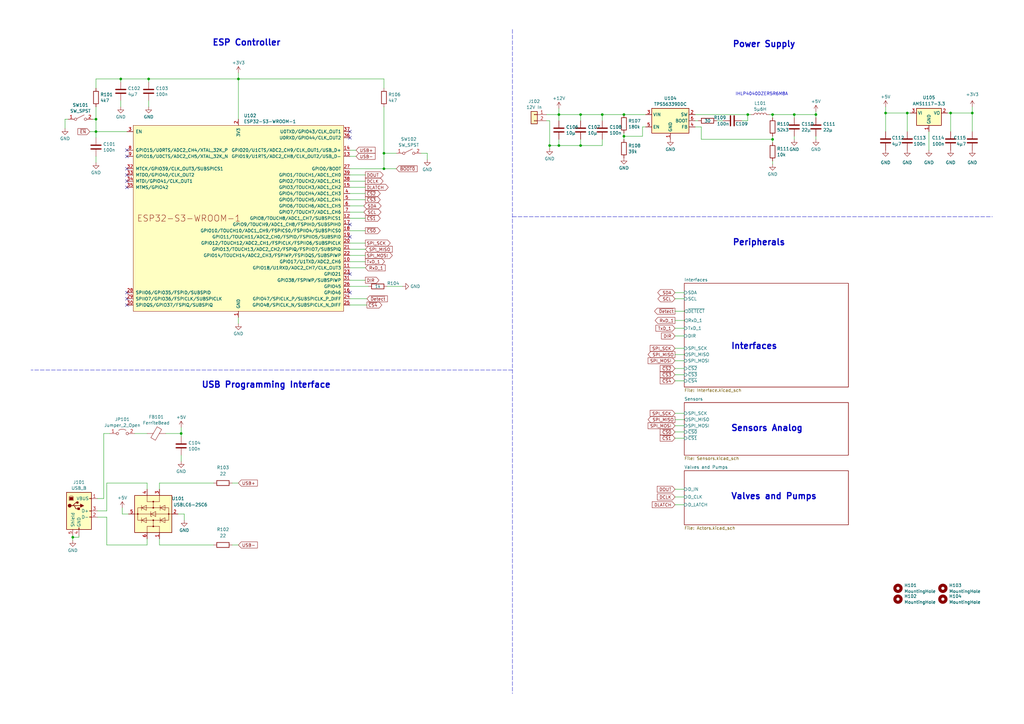
<source format=kicad_sch>
(kicad_sch (version 20230121) (generator eeschema)
  (paper "A3")
  (title_block (title "Plantomation V2") (date "2023-12-04") (rev "Version 1.0") (company "Synthron"))
  (lib_symbols
    (symbol "Connector:USB_B" (pin_names (offset 1.016))
      (property "Reference" "J" (at -5.08 11.43 0))
      (property "Value" "USB_B" (at -5.08 8.89 0))
      (symbol "USB_B_0_1"
        (rectangle (start -5.08 -7.62) (end 5.08 7.62) (stroke (width 0.254)) (fill (type background)))
        (circle (center -3.81 2.159) (radius 0.635) (stroke (width 0.254)) (fill (type outline)))
        (rectangle (start -3.81 5.588) (end -2.54 4.572) (fill (type outline)))
        (circle (center -0.635 3.429) (radius 0.381) (stroke (width 0.254)) (fill (type outline)))
        (rectangle (start -0.127 -7.62) (end 0.127 -6.858))
        (polyline (pts (xy -1.905 2.159) (xy 0.635 2.159)) (stroke (width 0.254)))
        (polyline (pts (xy -3.175 2.159) (xy -2.54 2.159) (xy -1.27 3.429) (xy -0.635 3.429)) (stroke (width 0.254)))
        (polyline (pts (xy -2.54 2.159) (xy -1.905 2.159) (xy -1.27 0.889) (xy 0 0.889)) (stroke (width 0.254)))
        (polyline (pts (xy 0.635 2.794) (xy 0.635 1.524) (xy 1.905 2.159) (xy 0.635 2.794)) (stroke (width 0.254)) (fill (type outline)))
        (polyline (pts (xy -4.064 4.318) (xy -2.286 4.318) (xy -2.286 5.715) (xy -2.667 6.096) (xy -3.683 6.096) (xy -4.064 5.715) (xy -4.064 4.318)))
        (rectangle (start 0.254 1.27) (end -0.508 0.508) (stroke (width 0.254)) (fill (type outline)))
        (rectangle (start 5.08 -2.667) (end 4.318 -2.413))
        (rectangle (start 5.08 -0.127) (end 4.318 0.127))
        (rectangle (start 5.08 4.953) (end 4.318 5.207))
      )
      (symbol "USB_B_1_1"
        (pin power_out line (at 7.62 5.08 180) (length 2.54) (name "VBUS") (number "1"))
        (pin bidirectional line (at 7.62 -2.54 180) (length 2.54) (name "D-") (number "2"))
        (pin bidirectional line (at 7.62 0 180) (length 2.54) (name "D+") (number "3"))
        (pin power_out line (at 0 -10.16 90) (length 2.54) (name "GND") (number "4"))
        (pin passive line (at -2.54 -10.16 90) (length 2.54) (name "Shield") (number "5"))
      )
    )
    (symbol "Connector_Generic:Conn_01x02" (pin_names (offset 1.016) hide)
      (property "Reference" "J" (at 0 2.54 0))
      (property "Value" "Conn_01x02" (at 0 -5.08 0))
      (symbol "Conn_01x02_1_1"
        (rectangle (start -1.27 -2.413) (end 0 -2.667) (stroke (width 0.1524)))
        (rectangle (start -1.27 0.127) (end 0 -0.127) (stroke (width 0.1524)))
        (rectangle (start -1.27 1.27) (end 1.27 -3.81) (stroke (width 0.254)) (fill (type background)))
        (pin passive line (at -5.08 0 0) (length 3.81) (name "Pin_1") (number "1"))
        (pin passive line (at -5.08 -2.54 0) (length 3.81) (name "Pin_2") (number "2"))
      )
    )
    (symbol "Device:C" (pin_numbers hide) (pin_names (offset 0.254))
      (property "Reference" "C" (at 0.635 2.54 0))
      (property "Value" "C" (at 0.635 -2.54 0))
      (symbol "C_0_1"
        (polyline (pts (xy -2.032 -0.762) (xy 2.032 -0.762)) (stroke (width 0.508)))
        (polyline (pts (xy -2.032 0.762) (xy 2.032 0.762)) (stroke (width 0.508)))
      )
      (symbol "C_1_1"
        (pin passive line (at 0 3.81 270) (length 2.794) (name "~") (number "1"))
        (pin passive line (at 0 -3.81 90) (length 2.794) (name "~") (number "2"))
      )
    )
    (symbol "Device:FerriteBead" (pin_numbers hide) (pin_names (offset 0))
      (property "Reference" "FB" (at -3.81 0.635 90))
      (property "Value" "FerriteBead" (at 3.81 0 90))
      (symbol "FerriteBead_0_1"
        (polyline (pts (xy 0 -1.27) (xy 0 -1.2192)))
        (polyline (pts (xy 0 1.27) (xy 0 1.2954)))
        (polyline (pts (xy -2.7686 0.4064) (xy -1.7018 2.2606) (xy 2.7686 -0.3048) (xy 1.6764 -2.159) (xy -2.7686 0.4064)))
      )
      (symbol "FerriteBead_1_1"
        (pin passive line (at 0 3.81 270) (length 2.54) (name "~") (number "1"))
        (pin passive line (at 0 -3.81 90) (length 2.54) (name "~") (number "2"))
      )
    )
    (symbol "Device:L" (pin_numbers hide) (pin_names (offset 1.016) hide)
      (property "Reference" "L" (at -1.27 0 90))
      (property "Value" "L" (at 1.905 0 90))
      (symbol "L_0_1"
        (arc (start 0 -2.54) (mid 0.6323 -1.905) (end 0 -1.27))
        (arc (start 0 -1.27) (mid 0.6323 -0.635) (end 0 0))
        (arc (start 0 0) (mid 0.6323 0.635) (end 0 1.27))
        (arc (start 0 1.27) (mid 0.6323 1.905) (end 0 2.54))
      )
      (symbol "L_1_1"
        (pin passive line (at 0 3.81 270) (length 1.27) (name "1") (number "1"))
        (pin passive line (at 0 -3.81 90) (length 1.27) (name "2") (number "2"))
      )
    )
    (symbol "Device:R" (pin_numbers hide) (pin_names (offset 0))
      (property "Reference" "R" (at 2.032 0 90))
      (property "Value" "R" (at 0 0 90))
      (symbol "R_0_1"
        (rectangle (start -1.016 -2.54) (end 1.016 2.54) (stroke (width 0.254)))
      )
      (symbol "R_1_1"
        (pin passive line (at 0 3.81 270) (length 1.27) (name "~") (number "1"))
        (pin passive line (at 0 -3.81 90) (length 1.27) (name "~") (number "2"))
      )
    )
    (symbol "Jumper:Jumper_2_Open" (pin_names (offset 0) hide)
      (property "Reference" "JP" (at 0 2.794 0))
      (property "Value" "Jumper_2_Open" (at 0 -2.286 0))
      (symbol "Jumper_2_Open_0_0"
        (circle (center -2.032 0) (radius 0.508))
        (circle (center 2.032 0) (radius 0.508))
      )
      (symbol "Jumper_2_Open_0_1"
        (arc (start 1.524 1.27) (mid 0 1.778) (end -1.524 1.27))
      )
      (symbol "Jumper_2_Open_1_1"
        (pin passive line (at -5.08 0 0) (length 2.54) (name "A") (number "1"))
        (pin passive line (at 5.08 0 180) (length 2.54) (name "B") (number "2"))
      )
    )
    (symbol "Mechanical:MountingHole" (pin_names (offset 1.016))
      (property "Reference" "H" (at 0 5.08 0))
      (property "Value" "MountingHole" (at 0 3.175 0))
      (symbol "MountingHole_0_1"
        (circle (center 0 0) (radius 1.27) (stroke (width 1.27)))
      )
    )
    (symbol "PCM_Espressif:ESP32-S3-WROOM-1" (pin_names (offset 1.016))
      (property "Reference" "U" (at -43.18 43.18 0))
      (property "Value" "ESP32-S3-WROOM-1" (at -43.18 40.64 0))
      (symbol "ESP32-S3-WROOM-1_0_0"
        (text "ESP32-S3-WROOM-1" (at -20.32 0 0) (effects (font (size 2.54 2.54))))
        (pin power_in line (at 0 -40.64 90) (length 2.54) (name "GND") (number "1"))
        (pin bidirectional line (at 45.72 -17.78 180) (length 2.54) (name "GPIO17/U1TXD/ADC2_CH6") (number "10"))
        (pin bidirectional line (at 45.72 -20.32 180) (length 2.54) (name "GPIO18/U1RXD/ADC2_CH7/CLK_OUT3") (number "11"))
        (pin bidirectional line (at 45.72 0 180) (length 2.54) (name "GPIO8/TOUCH8/ADC1_CH7/SUBSPICS1") (number "12"))
        (pin bidirectional line (at 45.72 25.4 180) (length 2.54) (name "GPIO19/U1RTS/ADC2_CH8/CLK_OUT2/USB_D-") (number "13"))
        (pin bidirectional line (at 45.72 27.94 180) (length 2.54) (name "GPIO20/U1CTS/ADC2_CH9/CLK_OUT1/USB_D+") (number "14"))
        (pin bidirectional line (at 45.72 12.7 180) (length 2.54) (name "GPIO3/TOUCH3/ADC1_CH2") (number "15"))
        (pin bidirectional line (at 45.72 -30.48 180) (length 2.54) (name "GPIO46") (number "16"))
        (pin bidirectional line (at 45.72 -2.54 180) (length 2.54) (name "GPIO9/TOUCH9/ADC1_CH8/FSPIHD/SUBSPIHD") (number "17"))
        (pin bidirectional line (at 45.72 -5.08 180) (length 2.54) (name "GPIO10/TOUCH10/ADC1_CH9/FSPICS0/FSPIIO4/SUBSPICS0") (number "18"))
        (pin bidirectional line (at 45.72 -7.62 180) (length 2.54) (name "GPIO11/TOUCH11/ADC2_CH0/FSPID/FSPIIO5/SUBSPID") (number "19"))
        (pin power_in line (at 0 40.64 270) (length 2.54) (name "3V3") (number "2"))
        (pin bidirectional line (at 45.72 -10.16 180) (length 2.54) (name "GPIO12/TOUCH12/ADC2_CH1/FSPICLK/FSPIIO6/SUBSPICLK") (number "20"))
        (pin bidirectional line (at 45.72 -12.7 180) (length 2.54) (name "GPIO13/TOUCH13/ADC2_CH2/FSPIQ/FSPIIO7/SUBSPIQ") (number "21"))
        (pin bidirectional line (at 45.72 -15.24 180) (length 2.54) (name "GPIO14/TOUCH14/ADC2_CH3/FSPIWP/FSPIDQS/SUBSPIWP") (number "22"))
        (pin bidirectional line (at 45.72 -22.86 180) (length 2.54) (name "GPIO21") (number "23"))
        (pin bidirectional line (at 45.72 -33.02 180) (length 2.54) (name "GPIO47/SPICLK_P/SUBSPICLK_P_DIFF") (number "24"))
        (pin bidirectional line (at 45.72 -35.56 180) (length 2.54) (name "GPIO48/SPICLK_N/SUBSPICLK_N_DIFF") (number "25"))
        (pin bidirectional line (at 45.72 -27.94 180) (length 2.54) (name "GPIO45") (number "26"))
        (pin bidirectional line (at 45.72 20.32 180) (length 2.54) (name "GPIO0/BOOT") (number "27"))
        (pin bidirectional line (at -45.72 -30.48 0) (length 2.54) (name "SPIIO6/GPIO35/FSPID/SUBSPID") (number "28"))
        (pin bidirectional line (at -45.72 -33.02 0) (length 2.54) (name "SPIIO7/GPIO36/FSPICLK/SUBSPICLK") (number "29"))
        (pin input line (at -45.72 35.56 0) (length 2.54) (name "EN") (number "3"))
        (pin bidirectional line (at -45.72 -35.56 0) (length 2.54) (name "SPIDQS/GPIO37/FSPIQ/SUBSPIQ") (number "30"))
        (pin bidirectional line (at 45.72 -25.4 180) (length 2.54) (name "GPIO38/FSPIWP/SUBSPIWP") (number "31"))
        (pin bidirectional line (at -45.72 20.32 0) (length 2.54) (name "MTCK/GPIO39/CLK_OUT3/SUBSPICS1") (number "32"))
        (pin bidirectional line (at -45.72 17.78 0) (length 2.54) (name "MTDO/GPIO40/CLK_OUT2") (number "33"))
        (pin bidirectional line (at -45.72 15.24 0) (length 2.54) (name "MTDI/GPIO41/CLK_OUT1") (number "34"))
        (pin bidirectional line (at -45.72 12.7 0) (length 2.54) (name "MTMS/GPIO42") (number "35"))
        (pin bidirectional line (at 45.72 33.02 180) (length 2.54) (name "U0RXD/GPIO44/CLK_OUT2") (number "36"))
        (pin bidirectional line (at 45.72 35.56 180) (length 2.54) (name "U0TXD/GPIO43/CLK_OUT1") (number "37"))
        (pin bidirectional line (at 45.72 15.24 180) (length 2.54) (name "GPIO2/TOUCH2/ADC1_CH1") (number "38"))
        (pin bidirectional line (at 45.72 17.78 180) (length 2.54) (name "GPIO1/TOUCH1/ADC1_CH0") (number "39"))
        (pin bidirectional line (at 45.72 10.16 180) (length 2.54) (name "GPIO4/TOUCH4/ADC1_CH3") (number "4"))
        (pin passive line (at 0 -40.64 90) (length 2.54) hide (name "GND") (number "40"))
        (pin passive line (at 0 -40.64 90) (length 2.54) hide (name "GND") (number "41"))
        (pin bidirectional line (at 45.72 7.62 180) (length 2.54) (name "GPIO5/TOUCH5/ADC1_CH4") (number "5"))
        (pin bidirectional line (at 45.72 5.08 180) (length 2.54) (name "GPIO6/TOUCH6/ADC1_CH5") (number "6"))
        (pin bidirectional line (at 45.72 2.54 180) (length 2.54) (name "GPIO7/TOUCH7/ADC1_CH6") (number "7"))
        (pin bidirectional line (at -45.72 27.94 0) (length 2.54) (name "GPIO15/U0RTS/ADC2_CH4/XTAL_32K_P") (number "8"))
        (pin bidirectional line (at -45.72 25.4 0) (length 2.54) (name "GPIO16/U0CTS/ADC2_CH5/XTAL_32K_N") (number "9"))
      )
      (symbol "ESP32-S3-WROOM-1_0_1"
        (rectangle (start -43.18 38.1) (end 43.18 -38.1) (fill (type background)))
      )
    )
    (symbol "Power_Protection:USBLC6-2SC6" (pin_names hide)
      (property "Reference" "U" (at 2.54 8.89 0))
      (property "Value" "USBLC6-2SC6" (at 2.54 -8.89 0))
      (symbol "USBLC6-2SC6_0_1"
        (rectangle (start -7.62 -7.62) (end 7.62 7.62) (stroke (width 0.254)) (fill (type background)))
        (circle (center -5.08 0) (radius 0.254) (fill (type outline)))
        (circle (center -2.54 0) (radius 0.254) (fill (type outline)))
        (rectangle (start -2.54 6.35) (end 2.54 -6.35))
        (circle (center 0 -6.35) (radius 0.254) (fill (type outline)))
        (polyline (pts (xy -5.08 -2.54) (xy -7.62 -2.54)))
        (polyline (pts (xy -5.08 0) (xy -5.08 -2.54)))
        (polyline (pts (xy -5.08 2.54) (xy -7.62 2.54)))
        (polyline (pts (xy -1.524 -2.794) (xy -3.556 -2.794)))
        (polyline (pts (xy -1.524 4.826) (xy -3.556 4.826)))
        (polyline (pts (xy 0 -7.62) (xy 0 -6.35)))
        (polyline (pts (xy 0 -6.35) (xy 0 1.27)))
        (polyline (pts (xy 0 1.27) (xy 0 6.35)))
        (polyline (pts (xy 0 6.35) (xy 0 7.62)))
        (polyline (pts (xy 1.524 -2.794) (xy 3.556 -2.794)))
        (polyline (pts (xy 1.524 4.826) (xy 3.556 4.826)))
        (polyline (pts (xy 5.08 -2.54) (xy 7.62 -2.54)))
        (polyline (pts (xy 5.08 0) (xy 5.08 -2.54)))
        (polyline (pts (xy 5.08 2.54) (xy 7.62 2.54)))
        (polyline (pts (xy -2.54 0) (xy -5.08 0) (xy -5.08 2.54)))
        (polyline (pts (xy 2.54 0) (xy 5.08 0) (xy 5.08 2.54)))
        (polyline (pts (xy -3.556 -4.826) (xy -1.524 -4.826) (xy -2.54 -2.794) (xy -3.556 -4.826)))
        (polyline (pts (xy -3.556 2.794) (xy -1.524 2.794) (xy -2.54 4.826) (xy -3.556 2.794)))
        (polyline (pts (xy -1.016 -1.016) (xy 1.016 -1.016) (xy 0 1.016) (xy -1.016 -1.016)))
        (polyline (pts (xy 1.016 1.016) (xy 0.762 1.016) (xy -1.016 1.016) (xy -1.016 0.508)))
        (polyline (pts (xy 3.556 -4.826) (xy 1.524 -4.826) (xy 2.54 -2.794) (xy 3.556 -4.826)))
        (polyline (pts (xy 3.556 2.794) (xy 1.524 2.794) (xy 2.54 4.826) (xy 3.556 2.794)))
        (circle (center 0 6.35) (radius 0.254) (fill (type outline)))
        (circle (center 2.54 0) (radius 0.254) (fill (type outline)))
        (circle (center 5.08 0) (radius 0.254) (fill (type outline)))
      )
      (symbol "USBLC6-2SC6_1_1"
        (pin passive line (at -10.16 -2.54 0) (length 2.54) (name "I/O1") (number "1"))
        (pin passive line (at 0 -10.16 90) (length 2.54) (name "GND") (number "2"))
        (pin passive line (at 10.16 -2.54 180) (length 2.54) (name "I/O2") (number "3"))
        (pin passive line (at 10.16 2.54 180) (length 2.54) (name "I/O2") (number "4"))
        (pin passive line (at 0 10.16 270) (length 2.54) (name "VBUS") (number "5"))
        (pin passive line (at -10.16 2.54 0) (length 2.54) (name "I/O1") (number "6"))
      )
    )
    (symbol "Regulator_Linear:AMS1117-3.3"
      (property "Reference" "U" (at -3.81 3.175 0))
      (property "Value" "AMS1117-3.3" (at 0 3.175 0))
      (symbol "AMS1117-3.3_0_1"
        (rectangle (start -5.08 -5.08) (end 5.08 1.905) (stroke (width 0.254)) (fill (type background)))
      )
      (symbol "AMS1117-3.3_1_1"
        (pin power_in line (at 0 -7.62 90) (length 2.54) (name "GND") (number "1"))
        (pin power_out line (at 7.62 0 180) (length 2.54) (name "VO") (number "2"))
        (pin power_in line (at -7.62 0 0) (length 2.54) (name "VI") (number "3"))
      )
    )
    (symbol "Regulator_Switching:TPS56339DDC"
      (property "Reference" "U" (at -7.62 6.35 0))
      (property "Value" "TPS56339DDC" (at -2.54 6.35 0))
      (symbol "TPS56339DDC_0_1"
        (rectangle (start -7.62 5.08) (end 7.62 -5.08) (stroke (width 0.254)) (fill (type background)))
      )
      (symbol "TPS56339DDC_1_1"
        (pin power_in line (at 0 -7.62 90) (length 2.54) (name "GND") (number "1"))
        (pin power_out line (at 10.16 2.54 180) (length 2.54) (name "SW") (number "2"))
        (pin power_in line (at -10.16 2.54 0) (length 2.54) (name "VIN") (number "3"))
        (pin input line (at 10.16 -2.54 180) (length 2.54) (name "FB") (number "4"))
        (pin input line (at -10.16 -2.54 0) (length 2.54) (name "EN") (number "5"))
        (pin passive line (at 10.16 0 180) (length 2.54) (name "BOOT") (number "6"))
      )
    )
    (symbol "Switch:SW_SPST" (pin_names (offset 0) hide)
      (property "Reference" "SW" (at 0 3.175 0))
      (property "Value" "SW_SPST" (at 0 -2.54 0))
      (symbol "SW_SPST_0_0"
        (circle (center -2.032 0) (radius 0.508))
        (polyline (pts (xy -1.524 0.254) (xy 1.524 1.778)))
        (circle (center 2.032 0) (radius 0.508))
      )
      (symbol "SW_SPST_1_1"
        (pin passive line (at -5.08 0 0) (length 2.54) (name "A") (number "1"))
        (pin passive line (at 5.08 0 180) (length 2.54) (name "B") (number "2"))
      )
    )
    (symbol "power:+12V" (power) (pin_names (offset 0))
      (property "Value" "+12V" (at 0 3.556 0))
      (symbol "+12V_0_1"
        (polyline (pts (xy -0.762 1.27) (xy 0 2.54)))
        (polyline (pts (xy 0 0) (xy 0 2.54)))
        (polyline (pts (xy 0 2.54) (xy 0.762 1.27)))
      )
      (symbol "+12V_1_1"
        (pin power_in line (at 0 0 90) (length 0) hide (name "+12V") (number "1"))
      )
    )
    (symbol "power:+3V3" (power) (pin_names (offset 0))
      (property "Value" "+3V3" (at 0 3.556 0))
      (symbol "+3V3_0_1"
        (polyline (pts (xy -0.762 1.27) (xy 0 2.54)))
        (polyline (pts (xy 0 0) (xy 0 2.54)))
        (polyline (pts (xy 0 2.54) (xy 0.762 1.27)))
      )
      (symbol "+3V3_1_1"
        (pin power_in line (at 0 0 90) (length 0) hide (name "+3V3") (number "1"))
      )
    )
    (symbol "power:+5V" (power) (pin_names (offset 0))
      (property "Value" "+5V" (at 0 3.556 0))
      (symbol "+5V_0_1"
        (polyline (pts (xy -0.762 1.27) (xy 0 2.54)))
        (polyline (pts (xy 0 0) (xy 0 2.54)))
        (polyline (pts (xy 0 2.54) (xy 0.762 1.27)))
      )
      (symbol "+5V_1_1"
        (pin power_in line (at 0 0 90) (length 0) hide (name "+5V") (number "1"))
      )
    )
    (symbol "power:GND" (power) (pin_names (offset 0))
      (property "Value" "GND" (at 0 -3.81 0))
      (symbol "GND_0_1"
        (polyline (pts (xy 0 0) (xy 0 -1.27) (xy 1.27 -1.27) (xy 0 -2.54) (xy -1.27 -1.27) (xy 0 -1.27)))
      )
      (symbol "GND_1_1"
        (pin power_in line (at 0 0 270) (length 0) hide (name "GND") (number "1"))
      )
    )
  )
  (junction (at 255.905 55.88))
  (junction (at 60.96 32.385))
  (junction (at 363.22 46.355))
  (junction (at 255.905 46.99))
  (junction (at 247.015 46.99))
  (junction (at 225.425 59.69))
  (junction (at 39.37 48.895))
  (junction (at 49.53 32.385))
  (junction (at 238.125 46.99))
  (junction (at 316.865 57.15))
  (junction (at 316.865 46.99))
  (junction (at 229.235 59.69))
  (junction (at 389.89 46.355))
  (junction (at 372.11 46.355))
  (junction (at 97.79 32.385))
  (junction (at 229.235 46.99))
  (junction (at 325.755 46.99))
  (junction (at 306.705 46.99))
  (junction (at 74.295 177.8))
  (junction (at 398.78 46.355))
  (junction (at 238.125 59.69))
  (junction (at 39.37 53.975))
  (junction (at 29.845 220.345))
  (junction (at 157.48 69.215))
  (junction (at 157.48 62.865))
  (junction (at 334.645 46.99))
  (no_connect (at 52.07 120.015))
  (no_connect (at 52.07 125.095))
  (no_connect (at 143.51 53.975))
  (no_connect (at 52.07 71.755))
  (no_connect (at 143.51 112.395))
  (no_connect (at 52.07 122.555))
  (no_connect (at 143.51 97.155))
  (no_connect (at 52.07 64.135))
  (no_connect (at 143.51 120.015))
  (no_connect (at 52.07 69.215))
  (no_connect (at 52.07 76.835))
  (no_connect (at 52.07 61.595))
  (no_connect (at 143.51 56.515))
  (no_connect (at 143.51 92.075))
  (no_connect (at 52.07 74.295))
  (wire (pts (xy 363.22 43.815) (xy 363.22 46.355)))
  (wire (pts (xy 325.755 46.99) (xy 325.755 48.26)))
  (wire (pts (xy 143.51 64.135) (xy 146.05 64.135)))
  (wire (pts (xy 49.53 32.385) (xy 49.53 33.655)))
  (wire (pts (xy 276.86 120.015) (xy 280.67 120.015)))
  (wire (pts (xy 229.235 46.99) (xy 238.125 46.99)))
  (wire (pts (xy 97.79 48.895) (xy 97.79 32.385)))
  (wire (pts (xy 306.705 49.53) (xy 304.165 49.53)))
  (wire (pts (xy 165.1 117.475) (xy 158.75 117.475)))
  (wire (pts (xy 276.86 156.21) (xy 280.67 156.21)))
  (wire (pts (xy 285.115 49.53) (xy 286.385 49.53)))
  (wire (pts (xy 75.565 210.82) (xy 73.025 210.82)))
  (wire (pts (xy 39.37 36.195) (xy 39.37 32.385)))
  (wire (pts (xy 50.165 210.82) (xy 52.705 210.82)))
  (wire (pts (xy 229.235 44.45) (xy 229.235 46.99)))
  (wire (pts (xy 60.96 41.275) (xy 60.96 43.815)))
  (wire (pts (xy 276.86 145.415) (xy 280.67 145.415)))
  (wire (pts (xy 334.645 55.88) (xy 334.645 57.15)))
  (wire (pts (xy 363.22 46.355) (xy 363.22 53.975)))
  (wire (pts (xy 97.79 130.175) (xy 97.79 132.715)))
  (wire (pts (xy 74.295 177.8) (xy 74.295 179.07)))
  (wire (pts (xy 276.86 151.13) (xy 280.67 151.13)))
  (wire (pts (xy 316.865 46.99) (xy 316.865 48.26)))
  (wire (pts (xy 97.79 32.385) (xy 157.48 32.385)))
  (wire (pts (xy 238.125 57.15) (xy 238.125 59.69)))
  (wire (pts (xy 306.705 46.99) (xy 306.705 49.53)))
  (wire (pts (xy 26.67 52.705) (xy 26.67 48.895)))
  (wire (pts (xy 43.815 198.12) (xy 60.325 198.12)))
  (wire (pts (xy 238.125 46.99) (xy 247.015 46.99)))
  (wire (pts (xy 316.865 46.99) (xy 325.755 46.99)))
  (wire (pts (xy 60.96 32.385) (xy 60.96 33.655)))
  (wire (pts (xy 255.905 55.88) (xy 255.905 57.15)))
  (wire (pts (xy 42.545 204.47) (xy 40.005 204.47)))
  (wire (pts (xy 74.295 177.8) (xy 67.945 177.8)))
  (wire (pts (xy 143.51 94.615) (xy 149.86 94.615)))
  (wire (pts (xy 43.815 212.09) (xy 43.815 223.52)))
  (wire (pts (xy 306.705 46.99) (xy 307.975 46.99)))
  (wire (pts (xy 157.48 69.215) (xy 162.56 69.215)))
  (wire (pts (xy 285.115 46.99) (xy 306.705 46.99)))
  (wire (pts (xy 263.525 52.07) (xy 264.795 52.07)))
  (wire (pts (xy 276.86 203.835) (xy 280.67 203.835)))
  (wire (pts (xy 276.86 179.705) (xy 280.67 179.705)))
  (wire (pts (xy 316.865 57.15) (xy 316.865 58.42)))
  (wire (pts (xy 372.11 46.355) (xy 372.11 53.975)))
  (wire (pts (xy 276.86 137.795) (xy 280.67 137.795)))
  (wire (pts (xy 372.11 46.355) (xy 373.38 46.355)))
  (wire (pts (xy 75.565 213.36) (xy 75.565 210.82)))
  (wire (pts (xy 276.86 177.165) (xy 280.67 177.165)))
  (wire (pts (xy 49.53 32.385) (xy 60.96 32.385)))
  (polyline (pts (xy 210.185 12.065) (xy 210.185 284.48)) (stroke (width 0) (type dash)))
  (wire (pts (xy 60.325 223.52) (xy 60.325 220.98)))
  (wire (pts (xy 157.48 62.865) (xy 157.48 69.215)))
  (wire (pts (xy 225.425 49.53) (xy 225.425 59.69)))
  (wire (pts (xy 316.865 55.88) (xy 316.865 57.15)))
  (wire (pts (xy 247.015 57.15) (xy 247.015 59.69)))
  (wire (pts (xy 143.51 114.935) (xy 149.86 114.935)))
  (wire (pts (xy 247.015 46.99) (xy 247.015 49.53)))
  (wire (pts (xy 389.89 46.355) (xy 398.78 46.355)))
  (wire (pts (xy 143.51 89.535) (xy 149.86 89.535)))
  (wire (pts (xy 39.37 64.135) (xy 39.37 66.675)))
  (wire (pts (xy 32.385 219.71) (xy 32.385 220.345)))
  (wire (pts (xy 95.25 198.12) (xy 97.79 198.12)))
  (wire (pts (xy 50.165 208.28) (xy 50.165 210.82)))
  (wire (pts (xy 32.385 220.345) (xy 29.845 220.345)))
  (wire (pts (xy 26.67 48.895) (xy 27.94 48.895)))
  (wire (pts (xy 42.545 177.8) (xy 42.545 204.47)))
  (wire (pts (xy 143.51 79.375) (xy 149.86 79.375)))
  (wire (pts (xy 39.37 53.975) (xy 52.07 53.975)))
  (wire (pts (xy 276.86 142.875) (xy 280.67 142.875)))
  (wire (pts (xy 74.295 186.69) (xy 74.295 189.23)))
  (wire (pts (xy 325.755 46.99) (xy 334.645 46.99)))
  (wire (pts (xy 39.37 48.895) (xy 39.37 53.975)))
  (wire (pts (xy 143.51 74.295) (xy 149.86 74.295)))
  (wire (pts (xy 255.905 46.99) (xy 264.795 46.99)))
  (wire (pts (xy 287.655 57.15) (xy 316.865 57.15)))
  (wire (pts (xy 45.085 177.8) (xy 42.545 177.8)))
  (wire (pts (xy 40.005 212.09) (xy 43.815 212.09)))
  (wire (pts (xy 315.595 46.99) (xy 316.865 46.99)))
  (polyline (pts (xy 210.185 88.9) (xy 407.035 88.9)) (stroke (width 0) (type dash)))
  (wire (pts (xy 60.325 198.12) (xy 60.325 200.66)))
  (wire (pts (xy 65.405 198.12) (xy 87.63 198.12)))
  (wire (pts (xy 60.325 177.8) (xy 55.245 177.8)))
  (wire (pts (xy 247.015 59.69) (xy 238.125 59.69)))
  (wire (pts (xy 157.48 43.815) (xy 157.48 62.865)))
  (wire (pts (xy 325.755 55.88) (xy 325.755 57.15)))
  (wire (pts (xy 143.51 86.995) (xy 149.225 86.995)))
  (wire (pts (xy 389.89 53.975) (xy 389.89 46.355)))
  (wire (pts (xy 224.155 49.53) (xy 225.425 49.53)))
  (wire (pts (xy 40.005 209.55) (xy 43.815 209.55)))
  (wire (pts (xy 381 53.975) (xy 381 61.595)))
  (wire (pts (xy 263.525 55.88) (xy 263.525 52.07)))
  (wire (pts (xy 36.83 53.975) (xy 39.37 53.975)))
  (wire (pts (xy 157.48 62.865) (xy 162.56 62.865)))
  (wire (pts (xy 276.86 153.67) (xy 280.67 153.67)))
  (wire (pts (xy 224.155 46.99) (xy 229.235 46.99)))
  (wire (pts (xy 389.89 46.355) (xy 388.62 46.355)))
  (wire (pts (xy 175.26 62.865) (xy 172.72 62.865)))
  (wire (pts (xy 276.86 122.555) (xy 280.67 122.555)))
  (wire (pts (xy 74.295 175.26) (xy 74.295 177.8)))
  (wire (pts (xy 229.235 59.69) (xy 225.425 59.69)))
  (wire (pts (xy 95.25 223.52) (xy 97.79 223.52)))
  (wire (pts (xy 143.51 102.235) (xy 149.86 102.235)))
  (wire (pts (xy 97.79 32.385) (xy 60.96 32.385)))
  (wire (pts (xy 39.37 32.385) (xy 49.53 32.385)))
  (wire (pts (xy 229.235 46.99) (xy 229.235 49.53)))
  (wire (pts (xy 143.51 61.595) (xy 146.05 61.595)))
  (wire (pts (xy 29.845 220.345) (xy 29.845 221.615)))
  (wire (pts (xy 363.22 46.355) (xy 372.11 46.355)))
  (wire (pts (xy 238.125 49.53) (xy 238.125 46.99)))
  (wire (pts (xy 247.015 46.99) (xy 255.905 46.99)))
  (wire (pts (xy 276.86 172.085) (xy 280.67 172.085)))
  (wire (pts (xy 276.86 147.955) (xy 280.67 147.955)))
  (wire (pts (xy 229.235 57.15) (xy 229.235 59.69)))
  (wire (pts (xy 316.865 66.04) (xy 316.865 67.31)))
  (wire (pts (xy 143.51 122.555) (xy 150.495 122.555)))
  (wire (pts (xy 38.1 48.895) (xy 39.37 48.895)))
  (wire (pts (xy 143.51 104.775) (xy 149.86 104.775)))
  (wire (pts (xy 49.53 41.275) (xy 49.53 43.815)))
  (wire (pts (xy 225.425 59.69) (xy 225.425 60.96)))
  (wire (pts (xy 276.86 131.445) (xy 280.67 131.445)))
  (wire (pts (xy 285.115 52.07) (xy 287.655 52.07)))
  (wire (pts (xy 294.005 49.53) (xy 296.545 49.53)))
  (polyline (pts (xy 210.185 151.765) (xy 12.7 151.765)) (stroke (width 0) (type dash)))
  (wire (pts (xy 334.645 45.72) (xy 334.645 46.99)))
  (wire (pts (xy 143.51 71.755) (xy 149.86 71.755)))
  (wire (pts (xy 143.51 109.855) (xy 149.86 109.855)))
  (wire (pts (xy 143.51 125.095) (xy 150.495 125.095)))
  (wire (pts (xy 143.51 69.215) (xy 157.48 69.215)))
  (wire (pts (xy 39.37 43.815) (xy 39.37 48.895)))
  (wire (pts (xy 43.815 223.52) (xy 60.325 223.52)))
  (wire (pts (xy 276.86 169.545) (xy 280.67 169.545)))
  (wire (pts (xy 334.645 46.99) (xy 334.645 48.26)))
  (wire (pts (xy 143.51 107.315) (xy 149.86 107.315)))
  (wire (pts (xy 175.26 65.405) (xy 175.26 62.865)))
  (wire (pts (xy 276.86 134.62) (xy 280.67 134.62)))
  (wire (pts (xy 398.78 53.975) (xy 398.78 46.355)))
  (wire (pts (xy 276.86 127.635) (xy 280.67 127.635)))
  (wire (pts (xy 97.79 29.845) (xy 97.79 32.385)))
  (wire (pts (xy 287.655 52.07) (xy 287.655 57.15)))
  (wire (pts (xy 143.51 76.835) (xy 149.86 76.835)))
  (wire (pts (xy 65.405 220.98) (xy 65.405 223.52)))
  (wire (pts (xy 255.905 55.88) (xy 263.525 55.88)))
  (wire (pts (xy 276.86 200.66) (xy 280.67 200.66)))
  (wire (pts (xy 143.51 81.915) (xy 149.86 81.915)))
  (wire (pts (xy 157.48 32.385) (xy 157.48 36.195)))
  (wire (pts (xy 238.125 59.69) (xy 229.235 59.69)))
  (wire (pts (xy 398.78 43.815) (xy 398.78 46.355)))
  (wire (pts (xy 276.86 174.625) (xy 280.67 174.625)))
  (wire (pts (xy 255.905 54.61) (xy 255.905 55.88)))
  (wire (pts (xy 276.86 207.01) (xy 280.67 207.01)))
  (wire (pts (xy 43.815 209.55) (xy 43.815 198.12)))
  (wire (pts (xy 143.51 99.695) (xy 149.86 99.695)))
  (wire (pts (xy 143.51 84.455) (xy 149.225 84.455)))
  (wire (pts (xy 39.37 53.975) (xy 39.37 56.515)))
  (wire (pts (xy 65.405 200.66) (xy 65.405 198.12)))
  (wire (pts (xy 65.405 223.52) (xy 87.63 223.52)))
  (wire (pts (xy 29.845 219.71) (xy 29.845 220.345)))
  (wire (pts (xy 143.51 117.475) (xy 151.13 117.475)))
  (text "Valves and Pumps" (at 299.72 205.105 0) (effects (font (size 2.5 2.5) (thickness 0.5) bold) (justify left bottom)))
  (text "IHLP4040DZER5R6M8A" (at 301.625 39.37 0) (effects (font (size 1.27 1.27)) (justify left bottom)))
  (text "Interfaces" (at 299.72 143.51 0) (effects (font (size 2.5 2.5) (thickness 0.5) bold) (justify left bottom)))
  (text "Sensors Analog" (at 299.72 177.165 0) (effects (font (size 2.5 2.5) (thickness 0.5) bold) (justify left bottom)))
  (text "Peripherals" (at 300.355 100.965 0) (effects (font (size 2.5 2.5) (thickness 0.5) bold) (justify left bottom)))
  (text "Power Supply" (at 300.355 19.685 0) (effects (font (size 2.5 2.5) (thickness 0.5) bold) (justify left bottom)))
  (text "ESP Controller" (at 86.995 19.05 0) (effects (font (size 2.5 2.5) (thickness 0.5) bold) (justify left bottom)))
  (text "USB Programming Interface" (at 82.55 159.385 0) (effects (font (size 2.5 2.5) (thickness 0.5) bold) (justify left bottom)))
  (global_label "~{CS3}" (shape input) (at 276.86 153.67 180) (property "Intersheetrefs" "${INTERSHEET_REFS}" (effects hide)))
  (global_label "DLATCH" (shape output) (at 149.86 76.835 0) (property "Intersheetrefs" "${INTERSHEET_REFS}" (effects hide)))
  (global_label "SCL" (shape bidirectional) (at 276.86 122.555 180) (property "Intersheetrefs" "${INTERSHEET_REFS}" (effects hide)))
  (global_label "SPI_MOSI" (shape input) (at 276.86 147.955 180) (property "Intersheetrefs" "${INTERSHEET_REFS}" (effects hide)))
  (global_label "~{CS4}" (shape output) (at 150.495 125.095 0) (property "Intersheetrefs" "${INTERSHEET_REFS}" (effects hide)))
  (global_label "DIR" (shape output) (at 149.86 114.935 0) (property "Intersheetrefs" "${INTERSHEET_REFS}" (effects hide)))
  (global_label "~{CS3}" (shape output) (at 149.86 81.915 0) (property "Intersheetrefs" "${INTERSHEET_REFS}" (effects hide)))
  (global_label "SPI_SCK" (shape output) (at 149.86 99.695 0) (property "Intersheetrefs" "${INTERSHEET_REFS}" (effects hide)))
  (global_label "DIR" (shape input) (at 276.86 137.795 180) (property "Intersheetrefs" "${INTERSHEET_REFS}" (effects hide)))
  (global_label "SPI_MISO" (shape output) (at 276.86 145.415 180) (property "Intersheetrefs" "${INTERSHEET_REFS}" (effects hide)))
  (global_label "~{Detect}" (shape input) (at 150.495 122.555 0) (property "Intersheetrefs" "${INTERSHEET_REFS}" (effects hide)))
  (global_label "RxD_1" (shape output) (at 276.86 131.445 180) (property "Intersheetrefs" "${INTERSHEET_REFS}" (effects hide)))
  (global_label "USB-" (shape input) (at 146.05 64.135 0) (property "Intersheetrefs" "${INTERSHEET_REFS}" (effects hide)))
  (global_label "USB+" (shape input) (at 97.79 198.12 0) (property "Intersheetrefs" "${INTERSHEET_REFS}" (effects hide)))
  (global_label "~{CS0}" (shape input) (at 276.86 177.165 180) (property "Intersheetrefs" "${INTERSHEET_REFS}" (effects hide)))
  (global_label "DLATCH" (shape input) (at 276.86 207.01 180) (property "Intersheetrefs" "${INTERSHEET_REFS}" (effects hide)))
  (global_label "DCLK" (shape input) (at 276.86 203.835 180) (property "Intersheetrefs" "${INTERSHEET_REFS}" (effects hide)))
  (global_label "~{EN}" (shape input) (at 36.83 53.975 180) (property "Intersheetrefs" "${INTERSHEET_REFS}" (effects hide)))
  (global_label "SDA" (shape bidirectional) (at 149.225 84.455 0) (property "Intersheetrefs" "${INTERSHEET_REFS}" (effects hide)))
  (global_label "SPI_MOSI" (shape input) (at 276.86 174.625 180) (property "Intersheetrefs" "${INTERSHEET_REFS}" (effects hide)))
  (global_label "~{CS1}" (shape output) (at 149.86 89.535 0) (property "Intersheetrefs" "${INTERSHEET_REFS}" (effects hide)))
  (global_label "USB+" (shape input) (at 146.05 61.595 0) (property "Intersheetrefs" "${INTERSHEET_REFS}" (effects hide)))
  (global_label "SPI_SCK" (shape input) (at 276.86 169.545 180) (property "Intersheetrefs" "${INTERSHEET_REFS}" (effects hide)))
  (global_label "SPI_MISO" (shape input) (at 149.86 102.235 0) (property "Intersheetrefs" "${INTERSHEET_REFS}" (effects hide)))
  (global_label "~{CS2}" (shape output) (at 149.86 79.375 0) (property "Intersheetrefs" "${INTERSHEET_REFS}" (effects hide)))
  (global_label "TxD_1" (shape input) (at 276.86 134.62 180) (property "Intersheetrefs" "${INTERSHEET_REFS}" (effects hide)))
  (global_label "SCL" (shape bidirectional) (at 149.225 86.995 0) (property "Intersheetrefs" "${INTERSHEET_REFS}" (effects hide)))
  (global_label "SPI_MOSI" (shape output) (at 149.86 104.775 0) (property "Intersheetrefs" "${INTERSHEET_REFS}" (effects hide)))
  (global_label "~{CS4}" (shape input) (at 276.86 156.21 180) (property "Intersheetrefs" "${INTERSHEET_REFS}" (effects hide)))
  (global_label "~{CS0}" (shape output) (at 149.86 94.615 0) (property "Intersheetrefs" "${INTERSHEET_REFS}" (effects hide)))
  (global_label "DOUT" (shape input) (at 276.86 200.66 180) (property "Intersheetrefs" "${INTERSHEET_REFS}" (effects hide)))
  (global_label "SPI_SCK" (shape input) (at 276.86 142.875 180) (property "Intersheetrefs" "${INTERSHEET_REFS}" (effects hide)))
  (global_label "RxD_1" (shape input) (at 149.86 109.855 0) (property "Intersheetrefs" "${INTERSHEET_REFS}" (effects hide)))
  (global_label "SPI_MISO" (shape output) (at 276.86 172.085 180) (property "Intersheetrefs" "${INTERSHEET_REFS}" (effects hide)))
  (global_label "~{CS2}" (shape input) (at 276.86 151.13 180) (property "Intersheetrefs" "${INTERSHEET_REFS}" (effects hide)))
  (global_label "~{BOOT0}" (shape input) (at 162.56 69.215 0) (property "Intersheetrefs" "${INTERSHEET_REFS}" (effects hide)))
  (global_label "DCLK" (shape output) (at 149.86 74.295 0) (property "Intersheetrefs" "${INTERSHEET_REFS}" (effects hide)))
  (global_label "DOUT" (shape output) (at 149.86 71.755 0) (property "Intersheetrefs" "${INTERSHEET_REFS}" (effects hide)))
  (global_label "TxD_1" (shape output) (at 149.86 107.315 0) (property "Intersheetrefs" "${INTERSHEET_REFS}" (effects hide)))
  (global_label "USB-" (shape input) (at 97.79 223.52 0) (property "Intersheetrefs" "${INTERSHEET_REFS}" (effects hide)))
  (global_label "~{Detect}" (shape output) (at 276.86 127.635 180) (property "Intersheetrefs" "${INTERSHEET_REFS}" (effects hide)))
  (global_label "SDA" (shape bidirectional) (at 276.86 120.015 180) (property "Intersheetrefs" "${INTERSHEET_REFS}" (effects hide)))
  (global_label "~{CS1}" (shape input) (at 276.86 179.705 180) (property "Intersheetrefs" "${INTERSHEET_REFS}" (effects hide)))
  (symbol (lib_id "Device:C") (at 363.22 57.785 0) (unit 1)
    (property "Reference" "C112" (at 365.76 56.515 0) (effects (justify left)))
    (property "Value" "4µ7" (at 365.76 59.055 0) (effects (justify left)))
    (property "Footprint" "Capacitor_SMD:C_0805_2012Metric" (effects hide))
  )
  (symbol (lib_id "Device:R") (at 316.865 62.23 0) (unit 1)
    (property "Reference" "R111" (at 318.643 61.0179 0) (effects (justify left)))
    (property "Value" "10k" (at 318.643 63.4421 0) (effects (justify left)))
    (property "Footprint" "Resistor_SMD:R_0805_2012Metric" (effects hide))
  )
  (symbol (lib_id "Device:C") (at 238.125 53.34 0) (unit 1)
    (property "Reference" "C107" (at 241.046 52.1279 0) (effects (justify left)))
    (property "Value" "10µ" (at 241.046 54.5521 0) (effects (justify left)))
    (property "Footprint" "Capacitor_SMD:C_0805_2012Metric" (effects hide))
  )
  (symbol (lib_id "Device:R") (at 91.44 223.52 90) (unit 1)
    (property "Reference" "R102" (at 91.44 217.17 90))
    (property "Value" "22" (at 91.44 219.71 90))
    (property "Footprint" "Resistor_SMD:R_0805_2012Metric" (effects hide))
  )
  (symbol (lib_id "Device:R") (at 154.94 117.475 270) (unit 1)
    (property "Reference" "R104" (at 161.29 116.205 90))
    (property "Value" "1k" (at 154.94 117.475 90))
    (property "Footprint" "Resistor_SMD:R_0805_2012Metric" (effects hide))
  )
  (symbol (lib_id "power:GND") (at 60.96 43.815 0) (unit 1)
    (property "Reference" "#PWR0110" (effects hide))
    (property "Value" "GND" (at 60.96 47.9481 0))
  )
  (symbol (lib_id "power:+5V") (at 74.295 175.26 0) (unit 1)
    (property "Reference" "#PWR0111" (effects hide))
    (property "Value" "+5V" (at 74.295 171.1269 0))
  )
  (symbol (lib_id "Device:C") (at 74.295 182.88 0) (unit 1)
    (property "Reference" "C104" (at 77.216 181.6679 0) (effects (justify left)))
    (property "Value" "100n" (at 77.216 184.0921 0) (effects (justify left)))
    (property "Footprint" "Capacitor_SMD:C_0805_2012Metric" (effects hide))
  )
  (symbol (lib_id "Connector:USB_B") (at 32.385 209.55 0) (unit 1)
    (property "Reference" "J101" (at 32.385 197.7857 0))
    (property "Value" "USB_B" (at 32.385 200.2099 0))
    (property "Footprint" "Connector_USB:USB_B_Lumberg_2411_02_Horizontal" (effects hide))
    (property "Datasheet" " ~" (effects hide))
  )
  (symbol (lib_id "Device:C") (at 229.235 53.34 0) (unit 1)
    (property "Reference" "C106" (at 232.156 52.1279 0) (effects (justify left)))
    (property "Value" "10µ" (at 232.156 54.5521 0) (effects (justify left)))
    (property "Footprint" "Capacitor_SMD:C_0805_2012Metric" (effects hide))
  )
  (symbol (lib_id "Device:C") (at 334.645 52.07 0) (unit 1)
    (property "Reference" "C111" (at 337.566 50.8579 0) (effects (justify left)))
    (property "Value" "22µ" (at 337.566 53.2821 0) (effects (justify left)))
    (property "Footprint" "Capacitor_SMD:C_0805_2012Metric" (effects hide))
  )
  (symbol (lib_id "Device:C") (at 398.78 57.785 0) (mirror y) (unit 1)
    (property "Reference" "C115" (at 396.24 56.515 0) (effects (justify left)))
    (property "Value" "4µ7" (at 396.24 59.055 0) (effects (justify left)))
    (property "Footprint" "Capacitor_SMD:C_0805_2012Metric" (effects hide))
  )
  (symbol (lib_id "Switch:SW_SPST") (at 167.64 62.865 0) (unit 1)
    (property "Reference" "SW102" (at 167.64 57.0697 0))
    (property "Value" "SW_SPST" (at 167.64 59.4939 0))
    (property "Footprint" "Button_Switch_SMD:SW_Tactile_SPST_NO_Straight_CK_PTS636Sx25SMTRLFS" (effects hide))
  )
  (symbol (lib_id "Regulator_Switching:TPS56339DDC") (at 274.955 49.53 0) (unit 1)
    (property "Reference" "U104" (at 274.955 40.3057 0))
    (property "Value" "TPS56339DDC" (at 274.955 42.7299 0))
    (property "Footprint" "Package_TO_SOT_SMD:SOT-23-6" (effects hide))
    (property "Datasheet" "https://www.ti.com/lit/ds/symlink/tps56339.pdf" (effects hide))
  )
  (symbol (lib_id "power:GND") (at 255.905 64.77 0) (unit 1)
    (property "Reference" "#PWR0122" (effects hide))
    (property "Value" "GND" (at 255.905 68.9031 0))
  )
  (symbol (lib_id "power:GND") (at 26.67 52.705 0) (unit 1)
    (property "Reference" "#PWR0106" (effects hide))
    (property "Value" "GND" (at 26.67 56.8381 0))
  )
  (symbol (lib_id "power:GND") (at 389.89 61.595 0) (mirror y) (unit 1)
    (property "Reference" "#PWR0132" (effects hide))
    (property "Value" "GND" (at 389.89 66.675 0))
  )
  (symbol (lib_id "power:GND") (at 225.425 60.96 0) (unit 1)
    (property "Reference" "#PWR0120" (effects hide))
    (property "Value" "GND" (at 225.425 65.0931 0))
  )
  (symbol (lib_id "Mechanical:MountingHole") (at 368.3 241.3 0) (unit 1)
    (property "Reference" "H101" (at 370.84 240.0879 0) (effects (justify left)))
    (property "Value" "MountingHole" (at 370.84 242.5121 0) (effects (justify left)))
    (property "Footprint" "MountingHole:MountingHole_3.2mm_M3" (effects hide))
  )
  (symbol (lib_id "Device:R") (at 255.905 50.8 0) (unit 1)
    (property "Reference" "R107" (at 257.683 49.5879 0) (effects (justify left)))
    (property "Value" "180k" (at 257.683 52.0121 0) (effects (justify left)))
    (property "Footprint" "Resistor_SMD:R_0805_2012Metric" (effects hide))
  )
  (symbol (lib_id "Device:R") (at 316.865 52.07 0) (unit 1)
    (property "Reference" "R110" (at 318.643 50.8579 0) (effects (justify left)))
    (property "Value" "52k3" (at 318.643 53.2821 0) (effects (justify left)))
    (property "Footprint" "Resistor_SMD:R_0805_2012Metric" (effects hide))
  )
  (symbol (lib_id "PCM_Espressif:ESP32-S3-WROOM-1") (at 97.79 89.535 0) (unit 1)
    (property "Reference" "U102" (at 99.9841 47.4177 0) (effects (justify left)))
    (property "Value" "ESP32-S3-WROOM-1" (at 99.9841 49.8419 0) (effects (justify left)))
    (property "Footprint" "PCM_Espressif:ESP32-S3-WROOM-1" (effects hide))
    (property "Datasheet" "https://www.espressif.com/sites/default/files/documentation/esp32-s3-wroom-1_wroom-1u_datasheet_en.pdf" (effects hide))
  )
  (symbol (lib_id "Switch:SW_SPST") (at 33.02 48.895 0) (unit 1)
    (property "Reference" "SW101" (at 33.02 43.0997 0))
    (property "Value" "SW_SPST" (at 33.02 45.5239 0))
    (property "Footprint" "Button_Switch_SMD:SW_Tactile_SPST_NO_Straight_CK_PTS636Sx25SMTRLFS" (effects hide))
  )
  (symbol (lib_id "power:+5V") (at 50.165 208.28 0) (unit 1)
    (property "Reference" "#PWR0109" (effects hide))
    (property "Value" "+5V" (at 50.165 204.1469 0))
  )
  (symbol (lib_id "power:GND") (at 372.11 61.595 0) (unit 1)
    (property "Reference" "#PWR0130" (effects hide))
    (property "Value" "GND" (at 372.11 66.675 0))
  )
  (symbol (lib_id "Device:FerriteBead") (at 64.135 177.8 90) (unit 1)
    (property "Reference" "FB101" (at 64.0842 171.0141 90))
    (property "Value" "FerriteBead" (at 64.0842 173.4383 90))
    (property "Footprint" "eigene:SMB-001" (effects hide))
  )
  (symbol (lib_id "Regulator_Linear:AMS1117-3.3") (at 381 46.355 0) (unit 1)
    (property "Reference" "U105" (at 381 40.005 0))
    (property "Value" "AMS1117-3.3" (at 381 42.545 0))
    (property "Footprint" "Package_TO_SOT_SMD:SOT-223-3_TabPin2" (effects hide))
    (property "Datasheet" "http://www.advanced-monolithic.com/pdf/ds1117.pdf" (effects hide))
  )
  (symbol (lib_id "power:GND") (at 29.845 221.615 0) (unit 1)
    (property "Reference" "#PWR0135" (effects hide))
    (property "Value" "GND" (at 29.845 225.7481 0))
  )
  (symbol (lib_id "power:GND") (at 97.79 132.715 0) (unit 1)
    (property "Reference" "#PWR0115" (effects hide))
    (property "Value" "GND" (at 97.79 136.8481 0))
  )
  (symbol (lib_id "power:GND") (at 274.955 57.15 0) (unit 1)
    (property "Reference" "#PWR0123" (effects hide))
    (property "Value" "GND" (at 274.955 61.2831 0))
  )
  (symbol (lib_id "power:GND") (at 334.645 57.15 0) (unit 1)
    (property "Reference" "#PWR0127" (effects hide))
    (property "Value" "GND" (at 334.645 61.2831 0))
  )
  (symbol (lib_id "Device:R") (at 290.195 49.53 270) (unit 1)
    (property "Reference" "R109" (at 295.275 48.26 90))
    (property "Value" "30" (at 290.195 49.53 90))
    (property "Footprint" "Resistor_SMD:R_0805_2012Metric" (effects hide))
  )
  (symbol (lib_id "power:GND") (at 49.53 43.815 0) (unit 1)
    (property "Reference" "#PWR0108" (effects hide))
    (property "Value" "GND" (at 49.53 47.9481 0))
  )
  (symbol (lib_id "power:GND") (at 325.755 57.15 0) (unit 1)
    (property "Reference" "#PWR0125" (effects hide))
    (property "Value" "GND" (at 325.755 61.2831 0))
  )
  (symbol (lib_id "power:GND") (at 381 61.595 0) (unit 1)
    (property "Reference" "#PWR0131" (effects hide))
    (property "Value" "GND" (at 381 66.675 0))
  )
  (symbol (lib_id "Device:C") (at 300.355 49.53 90) (unit 1)
    (property "Reference" "C109" (at 304.165 50.8 90))
    (property "Value" "100n" (at 296.545 50.8 90))
    (property "Footprint" "Capacitor_SMD:C_0805_2012Metric" (effects hide))
  )
  (symbol (lib_id "Power_Protection:USBLC6-2SC6") (at 62.865 210.82 90) (unit 1)
    (property "Reference" "U101" (at 73.025 204.47 90))
    (property "Value" "USBLC6-2SC6" (at 78.105 207.01 90))
    (property "Footprint" "Package_TO_SOT_SMD:SOT-23-6" (effects hide))
    (property "Datasheet" "https://www.st.com/resource/en/datasheet/usblc6-2.pdf" (effects hide))
  )
  (symbol (lib_id "power:GND") (at 74.295 189.23 0) (unit 1)
    (property "Reference" "#PWR0112" (effects hide))
    (property "Value" "GND" (at 74.295 193.3631 0))
  )
  (symbol (lib_id "power:GND") (at 39.37 66.675 0) (unit 1)
    (property "Reference" "#PWR0107" (effects hide))
    (property "Value" "GND" (at 39.37 70.8081 0))
  )
  (symbol (lib_id "Device:R") (at 91.44 198.12 90) (unit 1)
    (property "Reference" "R103" (at 91.44 191.77 90))
    (property "Value" "22" (at 91.44 194.31 90))
    (property "Footprint" "Resistor_SMD:R_0805_2012Metric" (effects hide))
  )
  (symbol (lib_id "Mechanical:MountingHole") (at 368.3 245.745 0) (unit 1)
    (property "Reference" "H102" (at 370.84 244.5329 0) (effects (justify left)))
    (property "Value" "MountingHole" (at 370.84 246.9571 0) (effects (justify left)))
    (property "Footprint" "MountingHole:MountingHole_3.2mm_M3" (effects hide))
  )
  (symbol (lib_id "power:GND") (at 363.22 61.595 0) (unit 1)
    (property "Reference" "#PWR0129" (effects hide))
    (property "Value" "GND" (at 363.22 66.675 0))
  )
  (symbol (lib_id "Connector_Generic:Conn_01x02") (at 219.075 46.99 0) (mirror y) (unit 1)
    (property "Reference" "J102" (at 219.075 41.5757 0))
    (property "Value" "12V In" (at 219.075 43.9999 0))
    (property "Footprint" "Connector_JST:JST_XH_B2B-XH-A_1x02_P2.50mm_Vertical" (effects hide))
  )
  (symbol (lib_id "Device:R") (at 39.37 40.005 0) (unit 1)
    (property "Reference" "R101" (at 41.148 38.7929 0) (effects (justify left)))
    (property "Value" "4k7" (at 41.148 41.2171 0) (effects (justify left)))
    (property "Footprint" "Resistor_SMD:R_0805_2012Metric" (effects hide))
  )
  (symbol (lib_id "power:+5V") (at 363.22 43.815 0) (unit 1)
    (property "Reference" "#PWR0128" (effects hide))
    (property "Value" "+5V" (at 363.22 39.6819 0))
  )
  (symbol (lib_id "Mechanical:MountingHole") (at 386.715 245.745 0) (unit 1)
    (property "Reference" "H104" (at 389.255 244.5329 0) (effects (justify left)))
    (property "Value" "MountingHole" (at 389.255 246.9571 0) (effects (justify left)))
    (property "Footprint" "MountingHole:MountingHole_3.2mm_M3" (effects hide))
  )
  (symbol (lib_id "power:+5V") (at 334.645 45.72 0) (unit 1)
    (property "Reference" "#PWR0126" (effects hide))
    (property "Value" "+5V" (at 334.645 41.5869 0))
  )
  (symbol (lib_id "Device:R") (at 255.905 60.96 0) (unit 1)
    (property "Reference" "R108" (at 257.683 59.7479 0) (effects (justify left)))
    (property "Value" "39k" (at 257.683 62.1721 0) (effects (justify left)))
    (property "Footprint" "Resistor_SMD:R_0805_2012Metric" (effects hide))
  )
  (symbol (lib_id "Device:C") (at 325.755 52.07 0) (unit 1)
    (property "Reference" "C110" (at 328.676 50.8579 0) (effects (justify left)))
    (property "Value" "22µ" (at 328.676 53.2821 0) (effects (justify left)))
    (property "Footprint" "Capacitor_SMD:C_0805_2012Metric" (effects hide))
  )
  (symbol (lib_id "power:GND") (at 316.865 67.31 0) (unit 1)
    (property "Reference" "#PWR0124" (effects hide))
    (property "Value" "GND" (at 316.865 71.4431 0))
  )
  (symbol (lib_id "power:GND") (at 175.26 65.405 0) (unit 1)
    (property "Reference" "#PWR0119" (effects hide))
    (property "Value" "GND" (at 175.26 69.5381 0))
  )
  (symbol (lib_id "Device:C") (at 389.89 57.785 0) (mirror y) (unit 1)
    (property "Reference" "C114" (at 387.35 56.515 0) (effects (justify left)))
    (property "Value" "100n" (at 387.35 59.055 0) (effects (justify left)))
    (property "Footprint" "Capacitor_SMD:C_0805_2012Metric" (effects hide))
  )
  (symbol (lib_id "Device:C") (at 49.53 37.465 0) (unit 1)
    (property "Reference" "C102" (at 52.451 36.2529 0) (effects (justify left)))
    (property "Value" "4µ7" (at 52.451 38.6771 0) (effects (justify left)))
    (property "Footprint" "Capacitor_SMD:C_0805_2012Metric" (effects hide))
  )
  (symbol (lib_id "Device:C") (at 60.96 37.465 0) (unit 1)
    (property "Reference" "C103" (at 63.881 36.2529 0) (effects (justify left)))
    (property "Value" "100n" (at 63.881 38.6771 0) (effects (justify left)))
    (property "Footprint" "Capacitor_SMD:C_0805_2012Metric" (effects hide))
  )
  (symbol (lib_id "Device:C") (at 372.11 57.785 0) (unit 1)
    (property "Reference" "C113" (at 374.65 56.515 0) (effects (justify left)))
    (property "Value" "100n" (at 374.65 59.055 0) (effects (justify left)))
    (property "Footprint" "Capacitor_SMD:C_0805_2012Metric" (effects hide))
  )
  (symbol (lib_id "power:GND") (at 75.565 213.36 0) (unit 1)
    (property "Reference" "#PWR0113" (effects hide))
    (property "Value" "GND" (at 75.565 217.4931 0))
  )
  (symbol (lib_id "Device:C") (at 247.015 53.34 0) (unit 1)
    (property "Reference" "C108" (at 249.936 52.1279 0) (effects (justify left)))
    (property "Value" "100n" (at 249.936 54.5521 0) (effects (justify left)))
    (property "Footprint" "Capacitor_SMD:C_0805_2012Metric" (effects hide))
  )
  (symbol (lib_id "Device:C") (at 39.37 60.325 0) (unit 1)
    (property "Reference" "C101" (at 42.291 59.1129 0) (effects (justify left)))
    (property "Value" "100n" (at 42.291 61.5371 0) (effects (justify left)))
    (property "Footprint" "Capacitor_SMD:C_0805_2012Metric" (effects hide))
  )
  (symbol (lib_id "power:+12V") (at 229.235 44.45 0) (unit 1)
    (property "Reference" "#PWR0121" (effects hide))
    (property "Value" "+12V" (at 229.235 40.3169 0))
  )
  (symbol (lib_id "power:+3V3") (at 97.79 29.845 0) (unit 1)
    (property "Reference" "#PWR0114" (effects hide))
    (property "Value" "+3V3" (at 97.79 25.7119 0))
  )
  (symbol (lib_id "Device:L") (at 311.785 46.99 90) (unit 1)
    (property "Reference" "L101" (at 311.785 42.3404 90))
    (property "Value" "5µ6H" (at 311.785 44.7646 90))
    (property "Footprint" "Inductor_SMD:L_Vishay_IHLP-4040" (effects hide))
    (property "Datasheet" "https://www.vishay.com/docs/34363/ihlp4040dz8a.pdf" (effects hide))
  )
  (symbol (lib_id "power:+3V3") (at 398.78 43.815 0) (unit 1)
    (property "Reference" "#PWR0133" (effects hide))
    (property "Value" "+3V3" (at 398.78 38.735 0))
  )
  (symbol (lib_id "Jumper:Jumper_2_Open") (at 50.165 177.8 0) (unit 1)
    (property "Reference" "JP101" (at 50.165 172.0047 0))
    (property "Value" "Jumper_2_Open" (at 50.165 174.4289 0))
    (property "Footprint" "Jumper:SolderJumper-2_P1.3mm_Open_TrianglePad1.0x1.5mm" (effects hide))
  )
  (symbol (lib_id "power:GND") (at 398.78 61.595 0) (mirror y) (unit 1)
    (property "Reference" "#PWR0134" (effects hide))
    (property "Value" "GND" (at 398.78 66.675 0))
  )
  (symbol (lib_id "Device:R") (at 157.48 40.005 0) (unit 1)
    (property "Reference" "R106" (at 159.258 38.7929 0) (effects (justify left)))
    (property "Value" "4k7" (at 159.258 41.2171 0) (effects (justify left)))
    (property "Footprint" "Resistor_SMD:R_0805_2012Metric" (effects hide))
  )
  (symbol (lib_id "Mechanical:MountingHole") (at 386.715 241.3 0) (unit 1)
    (property "Reference" "H103" (at 389.255 240.0879 0) (effects (justify left)))
    (property "Value" "MountingHole" (at 389.255 242.5121 0) (effects (justify left)))
    (property "Footprint" "MountingHole:MountingHole_3.2mm_M3" (effects hide))
  )
  (symbol (lib_id "power:GND") (at 165.1 117.475 90) (unit 1)
    (property "Reference" "#PWR0118" (effects hide))
    (property "Value" "GND" (at 168.275 117.475 90) (effects (justify right)))
  )
  (sheet (at 280.67 116.205) (size 67.31 42.545) (stroke (width 0.1524))
    (property "Sheetname" "Interfaces" (at 280.67 115.4934 0) (effects (justify left bottom)))
    (property "Sheetfile" "Interface.kicad_sch" (at 280.67 159.3346 0) (effects (justify left top)))
    (pin "SPI_MOSI" input (at 280.67 147.955 180))
    (pin "SPI_MISO" output (at 280.67 145.415 180))
    (pin "SPI_SCK" input (at 280.67 142.875 180))
    (pin "~{CS3}" input (at 280.67 153.67 180))
    (pin "~{CS2}" input (at 280.67 151.13 180))
    (pin "~{DETECT}" output (at 280.67 127.635 180))
    (pin "~{CS4}" input (at 280.67 156.21 180))
    (pin "RxD_1" output (at 280.67 131.445 180))
    (pin "TxD_1" input (at 280.67 134.62 180))
    (pin "DIR" input (at 280.67 137.795 180))
    (pin "SCL" input (at 280.67 122.555 180))
    (pin "SDA" input (at 280.67 120.015 180))
  )
  (sheet (at 280.67 165.1) (size 67.31 21.59) (stroke (width 0.1524))
    (property "Sheetname" "Sensors" (at 280.67 164.3884 0) (effects (justify left bottom)))
    (property "Sheetfile" "Sensors.kicad_sch" (at 280.67 187.2746 0) (effects (justify left top)))
    (pin "SPI_MOSI" input (at 280.67 174.625 180))
    (pin "~{CS0}" input (at 280.67 177.165 180))
    (pin "SPI_MISO" output (at 280.67 172.085 180))
    (pin "~{CS1}" input (at 280.67 179.705 180))
    (pin "SPI_SCK" input (at 280.67 169.545 180))
  )
  (sheet (at 280.67 193.04) (size 67.31 22.225) (stroke (width 0.1524))
    (property "Sheetname" "Valves and Pumps" (at 280.67 192.3284 0) (effects (justify left bottom)))
    (property "Sheetfile" "Actors.kicad_sch" (at 280.67 215.8496 0) (effects (justify left top)))
    (pin "D_LATCH" input (at 280.67 207.01 180))
    (pin "D_CLK" input (at 280.67 203.835 180))
    (pin "D_IN" input (at 280.67 200.66 180))
  )
)
</source>
